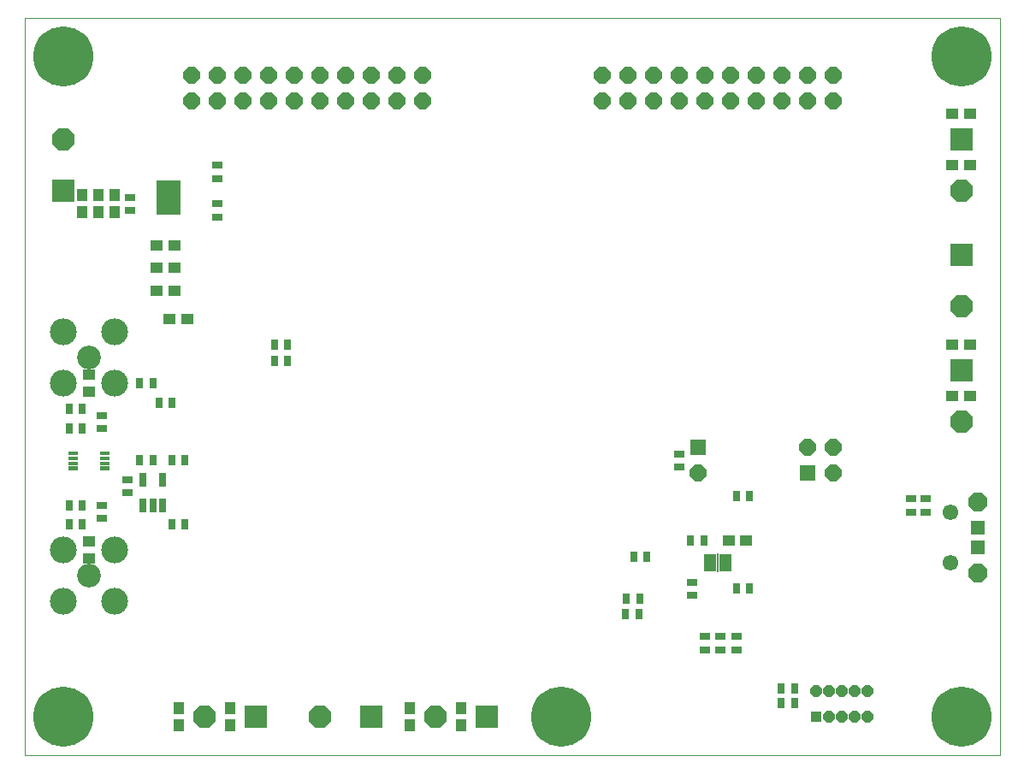
<source format=gbs>
G75*
%MOIN*%
%OFA0B0*%
%FSLAX25Y25*%
%IPPOS*%
%LPD*%
%AMOC8*
5,1,8,0,0,1.08239X$1,22.5*
%
%ADD10C,0.00000*%
%ADD11R,0.03943X0.03156*%
%ADD12R,0.03156X0.03943*%
%ADD13R,0.05000X0.06700*%
%ADD14R,0.00600X0.07200*%
%ADD15R,0.04400X0.04400*%
%ADD16OC8,0.04400*%
%ADD17R,0.06400X0.06400*%
%ADD18OC8,0.06400*%
%ADD19C,0.06109*%
%ADD20OC8,0.07487*%
%ADD21R,0.05746X0.05746*%
%ADD22C,0.09250*%
%ADD23C,0.10450*%
%ADD24R,0.04731X0.04337*%
%ADD25C,0.23400*%
%ADD26R,0.09764X0.13386*%
%ADD27R,0.04337X0.04731*%
%ADD28R,0.08668X0.08668*%
%ADD29OC8,0.08668*%
%ADD30C,0.00138*%
%ADD31R,0.02600X0.05400*%
D10*
X0025625Y0086626D02*
X0025625Y0374126D01*
X0405625Y0374126D01*
X0405625Y0086626D01*
X0025625Y0086626D01*
D11*
X0055625Y0179067D03*
X0055625Y0184186D03*
X0065625Y0189067D03*
X0065625Y0194186D03*
X0055625Y0214067D03*
X0055625Y0219186D03*
X0100625Y0296567D03*
X0100625Y0301686D03*
X0100625Y0311567D03*
X0100625Y0316686D03*
X0066875Y0304186D03*
X0066875Y0299067D03*
X0280625Y0204186D03*
X0280625Y0199067D03*
X0285625Y0154186D03*
X0285625Y0149067D03*
X0290625Y0132936D03*
X0290625Y0127817D03*
X0296875Y0127817D03*
X0296875Y0132936D03*
X0303125Y0132936D03*
X0303125Y0127817D03*
X0371250Y0181567D03*
X0371250Y0186686D03*
X0376875Y0186686D03*
X0376875Y0181567D03*
D12*
X0308184Y0187876D03*
X0303066Y0187876D03*
X0290372Y0170376D03*
X0285253Y0170376D03*
X0268184Y0164126D03*
X0263066Y0164126D03*
X0265372Y0147876D03*
X0260253Y0147876D03*
X0259941Y0141626D03*
X0265059Y0141626D03*
X0303066Y0151626D03*
X0308184Y0151626D03*
X0320566Y0112876D03*
X0325684Y0112876D03*
X0325684Y0107251D03*
X0320566Y0107251D03*
X0128184Y0240376D03*
X0123066Y0240376D03*
X0123066Y0246626D03*
X0128184Y0246626D03*
X0083184Y0224126D03*
X0078066Y0224126D03*
X0075684Y0231626D03*
X0070566Y0231626D03*
X0048184Y0221626D03*
X0043066Y0221626D03*
X0043066Y0214126D03*
X0048184Y0214126D03*
X0070566Y0201626D03*
X0075684Y0201626D03*
X0083066Y0201626D03*
X0088184Y0201626D03*
X0088184Y0176626D03*
X0083066Y0176626D03*
X0048184Y0176626D03*
X0043066Y0176626D03*
X0043066Y0184126D03*
X0048184Y0184126D03*
D13*
X0292938Y0161626D03*
X0298938Y0161626D03*
D14*
X0295938Y0161626D03*
D15*
X0334125Y0101626D03*
D16*
X0339125Y0101626D03*
X0344125Y0101626D03*
X0349125Y0101626D03*
X0354125Y0101626D03*
X0354125Y0111626D03*
X0349125Y0111626D03*
X0344125Y0111626D03*
X0339125Y0111626D03*
X0334125Y0111626D03*
D17*
X0330625Y0196626D03*
X0288125Y0206626D03*
D18*
X0288125Y0196626D03*
X0330625Y0206626D03*
X0340625Y0206626D03*
X0340625Y0196626D03*
X0340625Y0341626D03*
X0330625Y0341626D03*
X0320625Y0341626D03*
X0310625Y0341626D03*
X0300625Y0341626D03*
X0290625Y0341626D03*
X0280625Y0341626D03*
X0280625Y0351626D03*
X0290625Y0351626D03*
X0300625Y0351626D03*
X0310625Y0351626D03*
X0320625Y0351626D03*
X0330625Y0351626D03*
X0340625Y0351626D03*
X0270625Y0351626D03*
X0270625Y0341626D03*
X0260625Y0341626D03*
X0250625Y0341626D03*
X0250625Y0351626D03*
X0260625Y0351626D03*
X0180625Y0351626D03*
X0180625Y0341626D03*
X0170625Y0341626D03*
X0160625Y0341626D03*
X0150625Y0341626D03*
X0140625Y0341626D03*
X0130625Y0341626D03*
X0120625Y0341626D03*
X0110625Y0341626D03*
X0100625Y0341626D03*
X0090625Y0341626D03*
X0090625Y0351626D03*
X0100625Y0351626D03*
X0110625Y0351626D03*
X0120625Y0351626D03*
X0130625Y0351626D03*
X0140625Y0351626D03*
X0150625Y0351626D03*
X0160625Y0351626D03*
X0170625Y0351626D03*
D19*
X0386486Y0181469D03*
X0386486Y0161784D03*
D20*
X0397116Y0157847D03*
X0397116Y0185406D03*
D21*
X0397116Y0175563D03*
X0397116Y0167689D03*
D22*
X0050625Y0156626D03*
X0050625Y0241626D03*
D23*
X0040625Y0231626D03*
X0060625Y0231626D03*
X0060625Y0251626D03*
X0040625Y0251626D03*
X0040625Y0166626D03*
X0060625Y0166626D03*
X0060625Y0146626D03*
X0040625Y0146626D03*
D24*
X0050625Y0163280D03*
X0050625Y0169973D03*
X0050625Y0228280D03*
X0050625Y0234973D03*
X0082279Y0256626D03*
X0088971Y0256626D03*
X0083971Y0267876D03*
X0077279Y0267876D03*
X0077279Y0276626D03*
X0083971Y0276626D03*
X0083971Y0285376D03*
X0077279Y0285376D03*
X0300091Y0170376D03*
X0306784Y0170376D03*
X0387279Y0226626D03*
X0393971Y0226626D03*
X0393971Y0246626D03*
X0387279Y0246626D03*
X0387279Y0316626D03*
X0393971Y0316626D03*
X0393971Y0336626D03*
X0387279Y0336626D03*
D25*
X0390625Y0359126D03*
X0390625Y0101626D03*
X0234625Y0101626D03*
X0040625Y0101626D03*
X0040625Y0359126D03*
D26*
X0081875Y0304126D03*
D27*
X0060625Y0304973D03*
X0054375Y0304973D03*
X0054375Y0298280D03*
X0060625Y0298280D03*
X0048125Y0298280D03*
X0048125Y0304973D03*
X0085625Y0104973D03*
X0085625Y0098280D03*
X0105625Y0098280D03*
X0105625Y0104973D03*
X0175625Y0104973D03*
X0175625Y0098280D03*
X0195625Y0098280D03*
X0195625Y0104973D03*
D28*
X0205625Y0101626D03*
X0160625Y0101626D03*
X0115625Y0101626D03*
X0040625Y0306626D03*
X0390625Y0326626D03*
X0390625Y0281626D03*
X0390625Y0236626D03*
D29*
X0390625Y0216626D03*
X0390625Y0261626D03*
X0390625Y0306626D03*
X0185625Y0101626D03*
X0140625Y0101626D03*
X0095625Y0101626D03*
X0040625Y0326626D03*
D30*
X0042916Y0203956D02*
X0046130Y0203956D01*
X0042916Y0203956D02*
X0042916Y0205202D01*
X0046130Y0205202D01*
X0046130Y0203956D01*
X0046130Y0204093D02*
X0042916Y0204093D01*
X0042916Y0204230D02*
X0046130Y0204230D01*
X0046130Y0204367D02*
X0042916Y0204367D01*
X0042916Y0204504D02*
X0046130Y0204504D01*
X0046130Y0204641D02*
X0042916Y0204641D01*
X0042916Y0204778D02*
X0046130Y0204778D01*
X0046130Y0204915D02*
X0042916Y0204915D01*
X0042916Y0205052D02*
X0046130Y0205052D01*
X0046130Y0205189D02*
X0042916Y0205189D01*
X0042916Y0201988D02*
X0046130Y0201988D01*
X0042916Y0201988D02*
X0042916Y0203234D01*
X0046130Y0203234D01*
X0046130Y0201988D01*
X0046130Y0202125D02*
X0042916Y0202125D01*
X0042916Y0202262D02*
X0046130Y0202262D01*
X0046130Y0202399D02*
X0042916Y0202399D01*
X0042916Y0202536D02*
X0046130Y0202536D01*
X0046130Y0202673D02*
X0042916Y0202673D01*
X0042916Y0202810D02*
X0046130Y0202810D01*
X0046130Y0202947D02*
X0042916Y0202947D01*
X0042916Y0203084D02*
X0046130Y0203084D01*
X0046130Y0203221D02*
X0042916Y0203221D01*
X0042916Y0200019D02*
X0046130Y0200019D01*
X0042916Y0200019D02*
X0042916Y0201265D01*
X0046130Y0201265D01*
X0046130Y0200019D01*
X0046130Y0200156D02*
X0042916Y0200156D01*
X0042916Y0200293D02*
X0046130Y0200293D01*
X0046130Y0200430D02*
X0042916Y0200430D01*
X0042916Y0200567D02*
X0046130Y0200567D01*
X0046130Y0200704D02*
X0042916Y0200704D01*
X0042916Y0200841D02*
X0046130Y0200841D01*
X0046130Y0200978D02*
X0042916Y0200978D01*
X0042916Y0201115D02*
X0046130Y0201115D01*
X0046130Y0201252D02*
X0042916Y0201252D01*
X0042916Y0198051D02*
X0046130Y0198051D01*
X0042916Y0198051D02*
X0042916Y0199297D01*
X0046130Y0199297D01*
X0046130Y0198051D01*
X0046130Y0198188D02*
X0042916Y0198188D01*
X0042916Y0198325D02*
X0046130Y0198325D01*
X0046130Y0198462D02*
X0042916Y0198462D01*
X0042916Y0198599D02*
X0046130Y0198599D01*
X0046130Y0198736D02*
X0042916Y0198736D01*
X0042916Y0198873D02*
X0046130Y0198873D01*
X0046130Y0199010D02*
X0042916Y0199010D01*
X0042916Y0199147D02*
X0046130Y0199147D01*
X0046130Y0199284D02*
X0042916Y0199284D01*
X0055120Y0199297D02*
X0058334Y0199297D01*
X0058334Y0198051D01*
X0055120Y0198051D01*
X0055120Y0199297D01*
X0055120Y0198188D02*
X0058334Y0198188D01*
X0058334Y0198325D02*
X0055120Y0198325D01*
X0055120Y0198462D02*
X0058334Y0198462D01*
X0058334Y0198599D02*
X0055120Y0198599D01*
X0055120Y0198736D02*
X0058334Y0198736D01*
X0058334Y0198873D02*
X0055120Y0198873D01*
X0055120Y0199010D02*
X0058334Y0199010D01*
X0058334Y0199147D02*
X0055120Y0199147D01*
X0055120Y0199284D02*
X0058334Y0199284D01*
X0058334Y0201265D02*
X0055120Y0201265D01*
X0058334Y0201265D02*
X0058334Y0200019D01*
X0055120Y0200019D01*
X0055120Y0201265D01*
X0055120Y0200156D02*
X0058334Y0200156D01*
X0058334Y0200293D02*
X0055120Y0200293D01*
X0055120Y0200430D02*
X0058334Y0200430D01*
X0058334Y0200567D02*
X0055120Y0200567D01*
X0055120Y0200704D02*
X0058334Y0200704D01*
X0058334Y0200841D02*
X0055120Y0200841D01*
X0055120Y0200978D02*
X0058334Y0200978D01*
X0058334Y0201115D02*
X0055120Y0201115D01*
X0055120Y0201252D02*
X0058334Y0201252D01*
X0058334Y0203234D02*
X0055120Y0203234D01*
X0058334Y0203234D02*
X0058334Y0201988D01*
X0055120Y0201988D01*
X0055120Y0203234D01*
X0055120Y0202125D02*
X0058334Y0202125D01*
X0058334Y0202262D02*
X0055120Y0202262D01*
X0055120Y0202399D02*
X0058334Y0202399D01*
X0058334Y0202536D02*
X0055120Y0202536D01*
X0055120Y0202673D02*
X0058334Y0202673D01*
X0058334Y0202810D02*
X0055120Y0202810D01*
X0055120Y0202947D02*
X0058334Y0202947D01*
X0058334Y0203084D02*
X0055120Y0203084D01*
X0055120Y0203221D02*
X0058334Y0203221D01*
X0058334Y0205202D02*
X0055120Y0205202D01*
X0058334Y0205202D02*
X0058334Y0203956D01*
X0055120Y0203956D01*
X0055120Y0205202D01*
X0055120Y0204093D02*
X0058334Y0204093D01*
X0058334Y0204230D02*
X0055120Y0204230D01*
X0055120Y0204367D02*
X0058334Y0204367D01*
X0058334Y0204504D02*
X0055120Y0204504D01*
X0055120Y0204641D02*
X0058334Y0204641D01*
X0058334Y0204778D02*
X0055120Y0204778D01*
X0055120Y0204915D02*
X0058334Y0204915D01*
X0058334Y0205052D02*
X0055120Y0205052D01*
X0055120Y0205189D02*
X0058334Y0205189D01*
D31*
X0071925Y0194226D03*
X0079325Y0194226D03*
X0079325Y0184026D03*
X0075625Y0184026D03*
X0071925Y0184026D03*
M02*

</source>
